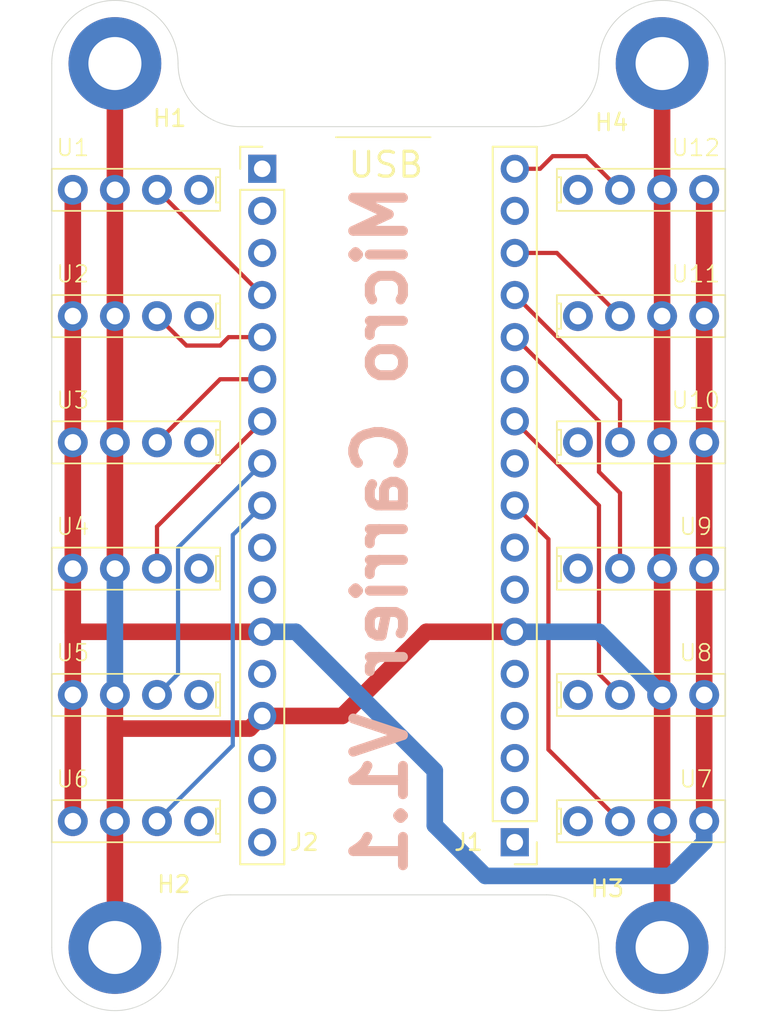
<source format=kicad_pcb>
(kicad_pcb (version 20240108) (generator "pcbnew") (generator_version "8.0")
  (layers (0 "F.Cu" signal) (31 "B.Cu" signal) (34 "B.Paste" user) (35 "F.Paste" user) (36 "B.SilkS" user "B.Silkscreen") (37 "F.SilkS" user "F.Silkscreen") (38 "B.Mask" user) (39 "F.Mask" user) (44 "Edge.Cuts" user))
  (net 0 "")
  (net 1 "/OUT7")
  (net 3 "/OUT12")
  (net 4 "/OUT8")
  (net 9 "/OUT11")
  (net 10 "/OUT9")
  (net 11 "GND")
  (net 16 "/OUT10")
  (net 18 "/OUT2")
  (net 20 "/OUT1")
  (net 21 "/OUT6")
  (net 23 "/OUT4")
  (net 28 "/OUT5")
  (net 31 "+5V")
  (net 32 "/OUT3")
  (footprint "User_Footprints:P4V-MINI" (layer "F.Cu") (at 146.05 100.33)
    (property "Reference" "U9" (at 7.112001 -2.54 0) (layer "F.SilkS") (effects (font (thickness 0.1))))
    (property "Value" "P4V-MINI")
    (fp_line (start -1.27 -1.27) (end 8.89 -1.27) (stroke (width 0.1)) (layer "F.SilkS"))
    (fp_line (start -1.27 -0.762) (end -1.016 -0.762) (stroke (width 0.1)) (layer "F.SilkS"))
    (fp_line (start -1.27 1.27) (end -1.27 -1.27) (stroke (width 0.1)) (layer "F.SilkS"))
    (fp_line (start -1.016 -0.762) (end -1.016 0.762) (stroke (width 0.1)) (layer "F.SilkS"))
    (fp_line (start -1.016 0.762) (end -1.27 0.762) (stroke (width 0.1)) (layer "F.SilkS"))
    (fp_line (start 8.89 -1.27) (end 8.89 1.27) (stroke (width 0.1)) (layer "F.SilkS"))
    (fp_line (start 8.89 1.27) (end -1.27 1.27) (stroke (width 0.1)) (layer "F.SilkS"))
    (pad "1" thru_hole circle (at 0 0) (size 1.8 1.8) (drill 1) (layers "*.Cu" "*.Mask"))
    (pad "2" thru_hole circle (at 2.54 0) (size 1.8 1.8) (drill 1) (layers "*.Cu" "*.Mask") (net 10 "/OUT9"))
    (pad "3" thru_hole circle (at 5.079999 0) (size 1.8 1.8) (drill 1) (layers "*.Cu" "*.Mask") (net 11 "GND"))
    (pad "4" thru_hole circle (at 7.62 0) (size 1.8 1.8) (drill 1) (layers "*.Cu" "*.Mask") (net 31 "+5V"))
  )
  (footprint "User_Footprints:P4V-MINI" (layer "F.Cu") (at 123.19 115.57 180)
    (property "Reference" "U6" (at 7.62 2.54 0) (layer "F.SilkS") (effects (font (thickness 0.1))))
    (property "Value" "P4V-MINI")
    (fp_line (start 8.89 1.27) (end -1.27 1.27) (stroke (width 0.1)) (layer "F.SilkS"))
    (fp_line (start 8.89 -1.27) (end 8.89 1.27) (stroke (width 0.1)) (layer "F.SilkS"))
    (fp_line (start -1.016 0.762) (end -1.27 0.762) (stroke (width 0.1)) (layer "F.SilkS"))
    (fp_line (start -1.016 -0.762) (end -1.016 0.762) (stroke (width 0.1)) (layer "F.SilkS"))
    (fp_line (start -1.27 1.27) (end -1.27 -1.27) (stroke (width 0.1)) (layer "F.SilkS"))
    (fp_line (start -1.27 -0.762) (end -1.016 -0.762) (stroke (width 0.1)) (layer "F.SilkS"))
    (fp_line (start -1.27 -1.27) (end 8.89 -1.27) (stroke (width 0.1)) (layer "F.SilkS"))
    (pad "1" thru_hole circle (at 0 0 180) (size 1.8 1.8) (drill 1) (layers "*.Cu" "*.Mask"))
    (pad "2" thru_hole circle (at 2.54 0 180) (size 1.8 1.8) (drill 1) (layers "*.Cu" "*.Mask") (net 21 "/OUT6"))
    (pad "3" thru_hole circle (at 5.079999 0 180) (size 1.8 1.8) (drill 1) (layers "*.Cu" "*.Mask") (net 11 "GND"))
    (pad "4" thru_hole circle (at 7.62 0 180) (size 1.8 1.8) (drill 1) (layers "*.Cu" "*.Mask") (net 31 "+5V"))
  )
  (footprint "User_Footprints:P4V-MINI" (layer "F.Cu") (at 146.05 92.71)
    (property "Reference" "U10" (at 7.112001 -2.54 0) (layer "F.SilkS") (effects (font (thickness 0.1))))
    (property "Value" "P4V-MINI")
    (fp_line (start -1.27 -1.27) (end 8.89 -1.27) (stroke (width 0.1)) (layer "F.SilkS"))
    (fp_line (start -1.27 -0.762) (end -1.016 -0.762) (stroke (width 0.1)) (layer "F.SilkS"))
    (fp_line (start -1.27 1.27) (end -1.27 -1.27) (stroke (width 0.1)) (layer "F.SilkS"))
    (fp_line (start -1.016 -0.762) (end -1.016 0.762) (stroke (width 0.1)) (layer "F.SilkS"))
    (fp_line (start -1.016 0.762) (end -1.27 0.762) (stroke (width 0.1)) (layer "F.SilkS"))
    (fp_line (start 8.89 -1.27) (end 8.89 1.27) (stroke (width 0.1)) (layer "F.SilkS"))
    (fp_line (start 8.89 1.27) (end -1.27 1.27) (stroke (width 0.1)) (layer "F.SilkS"))
    (pad "1" thru_hole circle (at 0 0) (size 1.8 1.8) (drill 1) (layers "*.Cu" "*.Mask"))
    (pad "2" thru_hole circle (at 2.54 0) (size 1.8 1.8) (drill 1) (layers "*.Cu" "*.Mask") (net 16 "/OUT10"))
    (pad "3" thru_hole circle (at 5.079999 0) (size 1.8 1.8) (drill 1) (layers "*.Cu" "*.Mask") (net 11 "GND"))
    (pad "4" thru_hole circle (at 7.62 0) (size 1.8 1.8) (drill 1) (layers "*.Cu" "*.Mask") (net 31 "+5V"))
  )
  (footprint "User_Footprints:P4V-MINI" (layer "F.Cu") (at 123.19 92.71 180)
    (property "Reference" "U3" (at 7.62 2.54 0) (layer "F.SilkS") (effects (font (thickness 0.1))))
    (property "Value" "P4V-MINI")
    (fp_line (start 8.89 1.27) (end -1.27 1.27) (stroke (width 0.1)) (layer "F.SilkS"))
    (fp_line (start 8.89 -1.27) (end 8.89 1.27) (stroke (width 0.1)) (layer "F.SilkS"))
    (fp_line (start -1.016 0.762) (end -1.27 0.762) (stroke (width 0.1)) (layer "F.SilkS"))
    (fp_line (start -1.016 -0.762) (end -1.016 0.762) (stroke (width 0.1)) (layer "F.SilkS"))
    (fp_line (start -1.27 1.27) (end -1.27 -1.27) (stroke (width 0.1)) (layer "F.SilkS"))
    (fp_line (start -1.27 -0.762) (end -1.016 -0.762) (stroke (width 0.1)) (layer "F.SilkS"))
    (fp_line (start -1.27 -1.27) (end 8.89 -1.27) (stroke (width 0.1)) (layer "F.SilkS"))
    (pad "1" thru_hole circle (at 0 0 180) (size 1.8 1.8) (drill 1) (layers "*.Cu" "*.Mask"))
    (pad "2" thru_hole circle (at 2.54 0 180) (size 1.8 1.8) (drill 1) (layers "*.Cu" "*.Mask") (net 32 "/OUT3"))
    (pad "3" thru_hole circle (at 5.079999 0 180) (size 1.8 1.8) (drill 1) (layers "*.Cu" "*.Mask") (net 11 "GND"))
    (pad "4" thru_hole circle (at 7.62 0 180) (size 1.8 1.8) (drill 1) (layers "*.Cu" "*.Mask") (net 31 "+5V"))
  )
  (footprint "MountingHole:MountingHole_3.2mm_M3_DIN965_Pad" (layer "F.Cu") (at 151.13 123.19)
    (property "Reference" "H3" (at -3.302 -3.556 0) (layer "F.SilkS"))
    (property "Value" "MountingHole_Pad")
    (pad "1" thru_hole circle (at 0 0) (size 5.6 5.6) (drill 3.2) (layers "*.Cu" "*.Mask") (net 11 "GND"))
  )
  (footprint "User_Footprints:P4V-MINI" (layer "F.Cu") (at 146.05 77.47)
    (property "Reference" "U12" (at 7.112 -2.54 0) (layer "F.SilkS") (effects (font (thickness 0.1))))
    (property "Value" "P4V-MINI")
    (fp_line (start -1.27 -1.27) (end 8.89 -1.27) (stroke (width 0.1)) (layer "F.SilkS"))
    (fp_line (start -1.27 -0.762) (end -1.016 -0.762) (stroke (width 0.1)) (layer "F.SilkS"))
    (fp_line (start -1.27 1.27) (end -1.27 -1.27) (stroke (width 0.1)) (layer "F.SilkS"))
    (fp_line (start -1.016 -0.762) (end -1.016 0.762) (stroke (width 0.1)) (layer "F.SilkS"))
    (fp_line (start -1.016 0.762) (end -1.27 0.762) (stroke (width 0.1)) (layer "F.SilkS"))
    (fp_line (start 8.89 -1.27) (end 8.89 1.27) (stroke (width 0.1)) (layer "F.SilkS"))
    (fp_line (start 8.89 1.27) (end -1.27 1.27) (stroke (width 0.1)) (layer "F.SilkS"))
    (pad "1" thru_hole circle (at 0 0) (size 1.8 1.8) (drill 1) (layers "*.Cu" "*.Mask"))
    (pad "2" thru_hole circle (at 2.54 0) (size 1.8 1.8) (drill 1) (layers "*.Cu" "*.Mask") (net 3 "/OUT12"))
    (pad "3" thru_hole circle (at 5.079999 0) (size 1.8 1.8) (drill 1) (layers "*.Cu" "*.Mask") (net 11 "GND"))
    (pad "4" thru_hole circle (at 7.62 0) (size 1.8 1.8) (drill 1) (layers "*.Cu" "*.Mask") (net 31 "+5V"))
  )
  (footprint "Connector_PinHeader_2.54mm:PinHeader_1x17_P2.54mm_Vertical" (layer "F.Cu") (at 127 76.2)
    (property "Reference" "J2" (at 2.54 40.64 0) (layer "F.SilkS"))
    (property "Value" "Conn_01x17")
    (fp_line (start -1.33 -1.33) (end 0 -1.33) (stroke (width 0.12)) (layer "F.SilkS"))
    (fp_line (start -1.33 0) (end -1.33 -1.33) (stroke (width 0.12)) (layer "F.SilkS"))
    (fp_line (start -1.33 1.27) (end -1.33 41.97) (stroke (width 0.12)) (layer "F.SilkS"))
    (fp_line (start -1.33 1.27) (end 1.33 1.27) (stroke (width 0.12)) (layer "F.SilkS"))
    (fp_line (start -1.33 41.97) (end 1.33 41.97) (stroke (width 0.12)) (layer "F.SilkS"))
    (fp_line (start 1.33 1.27) (end 1.33 41.97) (stroke (width 0.12)) (layer "F.SilkS"))
    (pad "1" thru_hole rect (at 0 0) (size 1.7 1.7) (drill 1) (layers "*.Cu" "*.Mask"))
    (pad "2" thru_hole oval (at 0 2.54) (size 1.7 1.7) (drill 1) (layers "*.Cu" "*.Mask"))
    (pad "3" thru_hole oval (at 0 5.08) (size 1.7 1.7) (drill 1) (layers "*.Cu" "*.Mask"))
    (pad "4" thru_hole oval (at 0 7.62) (size 1.7 1.7) (drill 1) (layers "*.Cu" "*.Mask") (net 20 "/OUT1"))
    (pad "5" thru_hole oval (at 0 10.16) (size 1.7 1.7) (drill 1) (layers "*.Cu" "*.Mask") (net 18 "/OUT2"))
    (pad "6" thru_hole oval (at 0 12.7) (size 1.7 1.7) (drill 1) (layers "*.Cu" "*.Mask") (net 32 "/OUT3"))
    (pad "7" thru_hole oval (at 0 15.24) (size 1.7 1.7) (drill 1) (layers "*.Cu" "*.Mask") (net 23 "/OUT4"))
    (pad "8" thru_hole oval (at 0 17.78) (size 1.7 1.7) (drill 1) (layers "*.Cu" "*.Mask") (net 28 "/OUT5"))
    (pad "9" thru_hole oval (at 0 20.32) (size 1.7 1.7) (drill 1) (layers "*.Cu" "*.Mask") (net 21 "/OUT6"))
    (pad "10" thru_hole oval (at 0 22.86) (size 1.7 1.7) (drill 1) (layers "*.Cu" "*.Mask"))
    (pad "11" thru_hole oval (at 0 25.4) (size 1.7 1.7) (drill 1) (layers "*.Cu" "*.Mask"))
    (pad "12" thru_hole oval (at 0 27.94) (size 1.7 1.7) (drill 1) (layers "*.Cu" "*.Mask") (net 31 "+5V"))
    (pad "13" thru_hole oval (at 0 30.48) (size 1.7 1.7) (drill 1) (layers "*.Cu" "*.Mask"))
    (pad "14" thru_hole oval (at 0 33.02) (size 1.7 1.7) (drill 1) (layers "*.Cu" "*.Mask") (net 11 "GND"))
    (pad "15" thru_hole oval (at 0 35.56) (size 1.7 1.7) (drill 1) (layers "*.Cu" "*.Mask"))
    (pad "16" thru_hole oval (at 0 38.1) (size 1.7 1.7) (drill 1) (layers "*.Cu" "*.Mask"))
    (pad "17" thru_hole oval (at 0 40.64) (size 1.7 1.7) (drill 1) (layers "*.Cu" "*.Mask"))
  )
  (footprint "User_Footprints:P4V-MINI" (layer "F.Cu") (at 146.05 85.09)
    (property "Reference" "U11" (at 7.112001 -2.54 0) (layer "F.SilkS") (effects (font (thickness 0.1))))
    (property "Value" "P4V-MINI")
    (fp_line (start -1.27 -1.27) (end 8.89 -1.27) (stroke (width 0.1)) (layer "F.SilkS"))
    (fp_line (start -1.27 -0.762) (end -1.016 -0.762) (stroke (width 0.1)) (layer "F.SilkS"))
    (fp_line (start -1.27 1.27) (end -1.27 -1.27) (stroke (width 0.1)) (layer "F.SilkS"))
    (fp_line (start -1.016 -0.762) (end -1.016 0.762) (stroke (width 0.1)) (layer "F.SilkS"))
    (fp_line (start -1.016 0.762) (end -1.27 0.762) (stroke (width 0.1)) (layer "F.SilkS"))
    (fp_line (start 8.89 -1.27) (end 8.89 1.27) (stroke (width 0.1)) (layer "F.SilkS"))
    (fp_line (start 8.89 1.27) (end -1.27 1.27) (stroke (width 0.1)) (layer "F.SilkS"))
    (pad "1" thru_hole circle (at 0 0) (size 1.8 1.8) (drill 1) (layers "*.Cu" "*.Mask"))
    (pad "2" thru_hole circle (at 2.54 0) (size 1.8 1.8) (drill 1) (layers "*.Cu" "*.Mask") (net 9 "/OUT11"))
    (pad "3" thru_hole circle (at 5.079999 0) (size 1.8 1.8) (drill 1) (layers "*.Cu" "*.Mask") (net 11 "GND"))
    (pad "4" thru_hole circle (at 7.62 0) (size 1.8 1.8) (drill 1) (layers "*.Cu" "*.Mask") (net 31 "+5V"))
  )
  (footprint "User_Footprints:P4V-MINI" (layer "F.Cu") (at 123.19 77.47 180)
    (property "Reference" "U1" (at 7.62 2.54 0) (layer "F.SilkS") (effects (font (thickness 0.1))))
    (property "Value" "P4V-MINI")
    (fp_line (start 8.89 1.27) (end -1.27 1.27) (stroke (width 0.1)) (layer "F.SilkS"))
    (fp_line (start 8.89 -1.27) (end 8.89 1.27) (stroke (width 0.1)) (layer "F.SilkS"))
    (fp_line (start -1.016 0.762) (end -1.27 0.762) (stroke (width 0.1)) (layer "F.SilkS"))
    (fp_line (start -1.016 -0.762) (end -1.016 0.762) (stroke (width 0.1)) (layer "F.SilkS"))
    (fp_line (start -1.27 1.27) (end -1.27 -1.27) (stroke (width 0.1)) (layer "F.SilkS"))
    (fp_line (start -1.27 -0.762) (end -1.016 -0.762) (stroke (width 0.1)) (layer "F.SilkS"))
    (fp_line (start -1.27 -1.27) (end 8.89 -1.27) (stroke (width 0.1)) (layer "F.SilkS"))
    (pad "1" thru_hole circle (at 0 0 180) (size 1.8 1.8) (drill 1) (layers "*.Cu" "*.Mask"))
    (pad "2" thru_hole circle (at 2.54 0 180) (size 1.8 1.8) (drill 1) (layers "*.Cu" "*.Mask") (net 20 "/OUT1"))
    (pad "3" thru_hole circle (at 5.079999 0 180) (size 1.8 1.8) (drill 1) (layers "*.Cu" "*.Mask") (net 11 "GND"))
    (pad "4" thru_hole circle (at 7.62 0 180) (size 1.8 1.8) (drill 1) (layers "*.Cu" "*.Mask") (net 31 "+5V"))
  )
  (footprint "Connector_PinHeader_2.54mm:PinHeader_1x17_P2.54mm_Vertical" (layer "F.Cu") (at 142.24 116.84 180)
    (property "Reference" "J1" (at 2.794 0 180) (layer "F.SilkS"))
    (property "Value" "Conn_01x17")
    (fp_line (start 1.33 1.27) (end 1.33 41.97) (stroke (width 0.12)) (layer "F.SilkS"))
    (fp_line (start -1.33 41.97) (end 1.33 41.97) (stroke (width 0.12)) (layer "F.SilkS"))
    (fp_line (start -1.33 1.27) (end 1.33 1.27) (stroke (width 0.12)) (layer "F.SilkS"))
    (fp_line (start -1.33 1.27) (end -1.33 41.97) (stroke (width 0.12)) (layer "F.SilkS"))
    (fp_line (start -1.33 0) (end -1.33 -1.33) (stroke (width 0.12)) (layer "F.SilkS"))
    (fp_line (start -1.33 -1.33) (end 0 -1.33) (stroke (width 0.12)) (layer "F.SilkS"))
    (pad "1" thru_hole rect (at 0 0 180) (size 1.7 1.7) (drill 1) (layers "*.Cu" "*.Mask"))
    (pad "2" thru_hole oval (at 0 2.54 180) (size 1.7 1.7) (drill 1) (layers "*.Cu" "*.Mask"))
    (pad "3" thru_hole oval (at 0 5.08 180) (size 1.7 1.7) (drill 1) (layers "*.Cu" "*.Mask"))
    (pad "4" thru_hole oval (at 0 7.62 180) (size 1.7 1.7) (drill 1) (layers "*.Cu" "*.Mask"))
    (pad "5" thru_hole oval (at 0 10.16 180) (size 1.7 1.7) (drill 1) (layers "*.Cu" "*.Mask"))
    (pad "6" thru_hole oval (at 0 12.7 180) (size 1.7 1.7) (drill 1) (layers "*.Cu" "*.Mask") (net 11 "GND"))
    (pad "7" thru_hole oval (at 0 15.24 180) (size 1.7 1.7) (drill 1) (layers "*.Cu" "*.Mask"))
    (pad "8" thru_hole oval (at 0 17.78 180) (size 1.7 1.7) (drill 1) (layers "*.Cu" "*.Mask"))
    (pad "9" thru_hole oval (at 0 20.32 180) (size 1.7 1.7) (drill 1) (layers "*.Cu" "*.Mask") (net 1 "/OUT7"))
    (pad "10" thru_hole oval (at 0 22.86 180) (size 1.7 1.7) (drill 1) (layers "*.Cu" "*.Mask"))
    (pad "11" thru_hole oval (at 0 25.4 180) (size 1.7 1.7) (drill 1) (layers "*.Cu" "*.Mask") (net 4 "/OUT8"))
    (pad "12" thru_hole oval (at 0 27.94 180) (size 1.7 1.7) (drill 1) (layers "*.Cu" "*.Mask"))
    (pad "13" thru_hole oval (at 0 30.48 180) (size 1.7 1.7) (drill 1) (layers "*.Cu" "*.Mask") (net 10 "/OUT9"))
    (pad "14" thru_hole oval (at 0 33.02 180) (size 1.7 1.7) (drill 1) (layers "*.Cu" "*.Mask") (net 16 "/OUT10"))
    (pad "15" thru_hole oval (at 0 35.56 180) (size 1.7 1.7) (drill 1) (layers "*.Cu" "*.Mask") (net 9 "/OUT11"))
    (pad "16" thru_hole oval (at 0 38.1 180) (size 1.7 1.7) (drill 1) (layers "*.Cu" "*.Mask"))
    (pad "17" thru_hole oval (at 0 40.64 180) (size 1.7 1.7) (drill 1) (layers "*.Cu" "*.Mask") (net 3 "/OUT12"))
  )
  (footprint "User_Footprints:P4V-MINI" (layer "F.Cu") (at 146.05 115.57)
    (property "Reference" "U7" (at 7.112 -2.54 0) (layer "F.SilkS") (effects (font (thickness 0.1))))
    (property "Value" "P4V-MINI")
    (fp_line (start -1.27 -1.27) (end 8.89 -1.27) (stroke (width 0.1)) (layer "F.SilkS"))
    (fp_line (start -1.27 -0.762) (end -1.016 -0.762) (stroke (width 0.1)) (layer "F.SilkS"))
    (fp_line (start -1.27 1.27) (end -1.27 -1.27) (stroke (width 0.1)) (layer "F.SilkS"))
    (fp_line (start -1.016 -0.762) (end -1.016 0.762) (stroke (width 0.1)) (layer "F.SilkS"))
    (fp_line (start -1.016 0.762) (end -1.27 0.762) (stroke (width 0.1)) (layer "F.SilkS"))
    (fp_line (start 8.89 -1.27) (end 8.89 1.27) (stroke (width 0.1)) (layer "F.SilkS"))
    (fp_line (start 8.89 1.27) (end -1.27 1.27) (stroke (width 0.1)) (layer "F.SilkS"))
    (pad "1" thru_hole circle (at 0 0) (size 1.8 1.8) (drill 1) (layers "*.Cu" "*.Mask"))
    (pad "2" thru_hole circle (at 2.54 0) (size 1.8 1.8) (drill 1) (layers "*.Cu" "*.Mask") (net 1 "/OUT7"))
    (pad "3" thru_hole circle (at 5.079999 0) (size 1.8 1.8) (drill 1) (layers "*.Cu" "*.Mask") (net 11 "GND"))
    (pad "4" thru_hole circle (at 7.62 0) (size 1.8 1.8) (drill 1) (layers "*.Cu" "*.Mask") (net 31 "+5V"))
  )
  (footprint "User_Footprints:P4V-MINI" (layer "F.Cu") (at 123.19 100.33 180)
    (property "Reference" "U4" (at 7.62 2.54 0) (layer "F.SilkS") (effects (font (thickness 0.1))))
    (property "Value" "P4V-MINI")
    (fp_line (start 8.89 1.27) (end -1.27 1.27) (stroke (width 0.1)) (layer "F.SilkS"))
    (fp_line (start 8.89 -1.27) (end 8.89 1.27) (stroke (width 0.1)) (layer "F.SilkS"))
    (fp_line (start -1.016 0.762) (end -1.27 0.762) (stroke (width 0.1)) (layer "F.SilkS"))
    (fp_line (start -1.016 -0.762) (end -1.016 0.762) (stroke (width 0.1)) (layer "F.SilkS"))
    (fp_line (start -1.27 1.27) (end -1.27 -1.27) (stroke (width 0.1)) (layer "F.SilkS"))
    (fp_line (start -1.27 -0.762) (end -1.016 -0.762) (stroke (width 0.1)) (layer "F.SilkS"))
    (fp_line (start -1.27 -1.27) (end 8.89 -1.27) (stroke (width 0.1)) (layer "F.SilkS"))
    (pad "1" thru_hole circle (at 0 0 180) (size 1.8 1.8) (drill 1) (layers "*.Cu" "*.Mask"))
    (pad "2" thru_hole circle (at 2.54 0 180) (size 1.8 1.8) (drill 1) (layers "*.Cu" "*.Mask") (net 23 "/OUT4"))
    (pad "3" thru_hole circle (at 5.079999 0 180) (size 1.8 1.8) (drill 1) (layers "*.Cu" "*.Mask") (net 11 "GND"))
    (pad "4" thru_hole circle (at 7.62 0 180) (size 1.8 1.8) (drill 1) (layers "*.Cu" "*.Mask") (net 31 "+5V"))
  )
  (footprint "MountingHole:MountingHole_3.2mm_M3_DIN965_Pad" (layer "F.Cu") (at 151.13 69.85)
    (property "Reference" "H4" (at -3.048 3.556 0) (layer "F.SilkS"))
    (property "Value" "MountingHole_Pad")
    (pad "1" thru_hole circle (at 0 0) (size 5.6 5.6) (drill 3.2) (layers "*.Cu" "*.Mask") (net 11 "GND"))
  )
  (footprint "User_Footprints:P4V-MINI" (layer "F.Cu") (at 123.19 107.95 180)
    (property "Reference" "U5" (at 7.62 2.54 0) (layer "F.SilkS") (effects (font (thickness 0.1))))
    (property "Value" "P4V-MINI")
    (fp_line (start 8.89 1.27) (end -1.27 1.27) (stroke (width 0.1)) (layer "F.SilkS"))
    (fp_line (start 8.89 -1.27) (end 8.89 1.27) (stroke (width 0.1)) (layer "F.SilkS"))
    (fp_line (start -1.016 0.762) (end -1.27 0.762) (stroke (width 0.1)) (layer "F.SilkS"))
    (fp_line (start -1.016 -0.762) (end -1.016 0.762) (stroke (width 0.1)) (layer "F.SilkS"))
    (fp_line (start -1.27 1.27) (end -1.27 -1.27) (stroke (width 0.1)) (layer "F.SilkS"))
    (fp_line (start -1.27 -0.762) (end -1.016 -0.762) (stroke (width 0.1)) (layer "F.SilkS"))
    (fp_line (start -1.27 -1.27) (end 8.89 -1.27) (stroke (width 0.1)) (layer "F.SilkS"))
    (pad "1" thru_hole circle (at 0 0 180) (size 1.8 1.8) (drill 1) (layers "*.Cu" "*.Mask"))
    (pad "2" thru_hole circle (at 2.54 0 180) (size 1.8 1.8) (drill 1) (layers "*.Cu" "*.Mask") (net 28 "/OUT5"))
    (pad "3" thru_hole circle (at 5.079999 0 180) (size 1.8 1.8) (drill 1) (layers "*.Cu" "*.Mask") (net 11 "GND"))
    (pad "4" thru_hole circle (at 7.62 0 180) (size 1.8 1.8) (drill 1) (layers "*.Cu" "*.Mask") (net 31 "+5V"))
  )
  (footprint "MountingHole:MountingHole_3.2mm_M3_DIN965_Pad" (layer "F.Cu") (at 118.11 69.85)
    (property "Reference" "H1" (at 3.302 3.302 0) (layer "F.SilkS"))
    (property "Value" "MountingHole_Pad")
    (pad "1" thru_hole circle (at 0 0) (size 5.6 5.6) (drill 3.2) (layers "*.Cu" "*.Mask") (net 11 "GND"))
  )
  (footprint "User_Footprints:P4V-MINI" (layer "F.Cu") (at 146.05 107.95)
    (property "Reference" "U8" (at 7.112001 -2.54 0) (layer "F.SilkS") (effects (font (thickness 0.1))))
    (property "Value" "P4V-MINI")
    (fp_line (start -1.27 -1.27) (end 8.89 -1.27) (stroke (width 0.1)) (layer "F.SilkS"))
    (fp_line (start -1.27 -0.762) (end -1.016 -0.762) (stroke (width 0.1)) (layer "F.SilkS"))
    (fp_line (start -1.27 1.27) (end -1.27 -1.27) (stroke (width 0.1)) (layer "F.SilkS"))
    (fp_line (start -1.016 -0.762) (end -1.016 0.762) (stroke (width 0.1)) (layer "F.SilkS"))
    (fp_line (start -1.016 0.762) (end -1.27 0.762) (stroke (width 0.1)) (layer "F.SilkS"))
    (fp_line (start 8.89 -1.27) (end 8.89 1.27) (stroke (width 0.1)) (layer "F.SilkS"))
    (fp_line (start 8.89 1.27) (end -1.27 1.27) (stroke (width 0.1)) (layer "F.SilkS"))
    (pad "1" thru_hole circle (at 0 0) (size 1.8 1.8) (drill 1) (layers "*.Cu" "*.Mask"))
    (pad "2" thru_hole circle (at 2.54 0) (size 1.8 1.8) (drill 1) (layers "*.Cu" "*.Mask") (net 4 "/OUT8"))
    (pad "3" thru_hole circle (at 5.079999 0) (size 1.8 1.8) (drill 1) (layers "*.Cu" "*.Mask") (net 11 "GND"))
    (pad "4" thru_hole circle (at 7.62 0) (size 1.8 1.8) (drill 1) (layers "*.Cu" "*.Mask") (net 31 "+5V"))
  )
  (footprint "MountingHole:MountingHole_3.2mm_M3_DIN965_Pad" (layer "F.Cu") (at 118.11 123.19)
    (property "Reference" "H2" (at 3.556 -3.81 0) (layer "F.SilkS"))
    (property "Value" "MountingHole_Pad")
    (pad "1" thru_hole circle (at 0 0) (size 5.6 5.6) (drill 3.2) (layers "*.Cu" "*.Mask") (net 11 "GND"))
  )
  (footprint "User_Footprints:P4V-MINI" (layer "F.Cu") (at 123.19 85.09 180)
    (property "Reference" "U2" (at 7.62 2.54 0) (layer "F.SilkS") (effects (font (thickness 0.1))))
    (property "Value" "P4V-MINI")
    (fp_line (start 8.89 1.27) (end -1.27 1.27) (stroke (width 0.1)) (layer "F.SilkS"))
    (fp_line (start 8.89 -1.27) (end 8.89 1.27) (stroke (width 0.1)) (layer "F.SilkS"))
    (fp_line (start -1.016 0.762) (end -1.27 0.762) (stroke (width 0.1)) (layer "F.SilkS"))
    (fp_line (start -1.016 -0.762) (end -1.016 0.762) (stroke (width 0.1)) (layer "F.SilkS"))
    (fp_line (start -1.27 1.27) (end -1.27 -1.27) (stroke (width 0.1)) (layer "F.SilkS"))
    (fp_line (start -1.27 -0.762) (end -1.016 -0.762) (stroke (width 0.1)) (layer "F.SilkS"))
    (fp_line (start -1.27 -1.27) (end 8.89 -1.27) (stroke (width 0.1)) (layer "F.SilkS"))
    (pad "1" thru_hole circle (at 0 0 180) (size 1.8 1.8) (drill 1) (layers "*.Cu" "*.Mask"))
    (pad "2" thru_hole circle (at 2.54 0 180) (size 1.8 1.8) (drill 1) (layers "*.Cu" "*.Mask") (net 18 "/OUT2"))
    (pad "3" thru_hole circle (at 5.079999 0 180) (size 1.8 1.8) (drill 1) (layers "*.Cu" "*.Mask") (net 11 "GND"))
    (pad "4" thru_hole circle (at 7.62 0 180) (size 1.8 1.8) (drill 1) (layers "*.Cu" "*.Mask") (net 31 "+5V"))
  )
  (gr_line (start 131.445 74.295) (end 137.16 74.295) (stroke (width 0.1)) (layer "F.SilkS"))
  (gr_arc (start 125.73 73.66) (mid 123.035924 72.544078) (end 121.92 69.850002) (stroke (width 0.05)) (layer "Edge.Cuts"))
  (gr_arc (start 121.92 123.19) (mid 122.849936 120.944936) (end 125.095 120.015) (stroke (width 0.05)) (layer "Edge.Cuts"))
  (gr_line (start 114.3 69.85) (end 114.3 123.19) (stroke (width 0.05)) (layer "Edge.Cuts"))
  (gr_arc (start 147.320002 69.850002) (mid 146.204078 72.544078) (end 143.510002 73.660002) (stroke (width 0.05)) (layer "Edge.Cuts"))
  (gr_line (start 144.144999 120.015001) (end 125.095 120.015) (stroke (width 0.05)) (layer "Edge.Cuts"))
  (gr_arc (start 147.319999 69.85) (mid 151.13 66.039999) (end 154.940001 69.85) (stroke (width 0.05)) (layer "Edge.Cuts"))
  (gr_arc (start 144.144999 120.015001) (mid 146.390063 120.944937) (end 147.319999 123.190001) (stroke (width 0.05)) (layer "Edge.Cuts"))
  (gr_arc (start 114.3 69.85) (mid 118.11 66.04) (end 121.92 69.85) (stroke (width 0.05)) (layer "Edge.Cuts"))
  (gr_line (start 143.510002 73.660002) (end 125.73 73.66) (stroke (width 0.05)) (layer "Edge.Cuts"))
  (gr_line (start 154.940001 123.19) (end 154.940001 69.85) (stroke (width 0.05)) (layer "Edge.Cuts"))
  (gr_arc (start 121.92 123.19) (mid 118.11 127) (end 114.3 123.19) (stroke (width 0.05)) (layer "Edge.Cuts"))
  (gr_arc (start 154.940001 123.19) (mid 151.13 127.000001) (end 147.319999 123.19) (stroke (width 0.05)) (layer "Edge.Cuts"))
  (gr_text "Micro Carrier V1.1" (at 135.89 76.835 90) (layer "B.SilkS") (effects (font (size 3 3) (thickness 0.6) (bold yes)) (justify left bottom mirror)))
  (gr_text "USB" (at 132.08 76.835 0) (layer "F.SilkS") (effects (font (size 1.5 1.5) (thickness 0.1875)) (justify left bottom)))
  (segment (start 144.272 98.552) (end 144.272 111.252) (width 0.254) (layer "F.Cu") (net 1))
  (segment (start 144.272 111.252) (end 148.59 115.57) (width 0.254) (layer "F.Cu") (net 1))
  (segment (start 142.24 96.52) (end 144.272 98.552) (width 0.254) (layer "F.Cu") (net 1))
  (segment (start 148.59 77.47) (end 146.558 75.438) (width 0.254) (layer "F.Cu") (net 3))
  (segment (start 143.764 76.2) (end 142.24 76.2) (width 0.254) (layer "F.Cu") (net 3))
  (segment (start 146.558 75.438) (end 144.526 75.438) (width 0.254) (layer "F.Cu") (net 3))
  (segment (start 144.526 75.438) (end 143.764 76.2) (width 0.254) (layer "F.Cu") (net 3))
  (segment (start 147.32 106.68) (end 148.59 107.95) (width 0.254) (layer "F.Cu") (net 4))
  (segment (start 142.24 91.44) (end 147.32 96.52) (width 0.254) (layer "F.Cu") (net 4))
  (segment (start 147.32 96.52) (end 147.32 106.68) (width 0.254) (layer "F.Cu") (net 4))
  (segment (start 142.24 81.28) (end 144.78 81.28) (width 0.254) (layer "F.Cu") (net 9))
  (segment (start 144.78 81.28) (end 148.59 85.09) (width 0.254) (layer "F.Cu") (net 9))
  (segment (start 147.32 91.44) (end 147.32 94.488) (width 0.254) (layer "F.Cu") (net 10))
  (segment (start 142.24 86.36) (end 147.32 91.44) (width 0.254) (layer "F.Cu") (net 10))
  (segment (start 148.59 95.758) (end 148.59 100.33) (width 0.254) (layer "F.Cu") (net 10))
  (segment (start 147.32 94.488) (end 148.59 95.758) (width 0.254) (layer "F.Cu") (net 10))
  (segment (start 118.110001 107.95) (end 118.110001 109.982) (width 1) (layer "F.Cu") (net 11))
  (segment (start 118.110001 85.09) (end 118.110001 92.71) (width 1) (layer "F.Cu") (net 11))
  (segment (start 151.129999 100.33) (end 151.129999 92.71) (width 1) (layer "F.Cu") (net 11))
  (segment (start 151.129999 69.850001) (end 151.13 69.85) (width 1) (layer "F.Cu") (net 11))
  (segment (start 151.129999 107.95) (end 151.129999 100.33) (width 1) (layer "F.Cu") (net 11))
  (segment (start 118.110001 77.47) (end 118.110001 85.09) (width 1) (layer "F.Cu") (net 11))
  (segment (start 118.11 69.85) (end 118.11 77.469999) (width 1) (layer "F.Cu") (net 11))
  (segment (start 118.110001 115.57) (end 118.110001 123.189999) (width 1) (layer "F.Cu") (net 11))
  (segment (start 127 109.22) (end 131.826 109.22) (width 1) (layer "F.Cu") (net 11))
  (segment (start 118.110001 92.71) (end 118.110001 100.33) (width 1) (layer "F.Cu") (net 11))
  (segment (start 118.110001 109.982) (end 118.110001 115.57) (width 1) (layer "F.Cu") (net 11))
  (segment (start 127 109.22) (end 126.238 109.982) (width 1) (layer "F.Cu") (net 11))
  (segment (start 151.129999 115.57) (end 151.129999 123.189999) (width 1) (layer "F.Cu") (net 11))
  (segment (start 118.110001 123.189999) (end 118.11 123.19) (width 1) (layer "F.Cu") (net 11))
  (segment (start 151.129999 85.09) (end 151.129999 77.47) (width 1) (layer "F.Cu") (net 11))
  (segment (start 118.11 77.469999) (end 118.110001 77.47) (width 1) (layer "F.Cu") (net 11))
  (segment (start 151.129999 77.47) (end 151.129999 69.850001) (width 1) (layer "F.Cu") (net 11))
  (segment (start 126.238 109.982) (end 118.110001 109.982) (width 1) (layer "F.Cu") (net 11))
  (segment (start 151.129999 123.189999) (end 151.13 123.19) (width 1) (layer "F.Cu") (net 11))
  (segment (start 136.906 104.14) (end 142.24 104.14) (width 1) (layer "F.Cu") (net 11))
  (segment (start 151.129999 115.57) (end 151.129999 107.95) (width 1) (layer "F.Cu") (net 11))
  (segment (start 151.129999 92.71) (end 151.129999 85.09) (width 1) (layer "F.Cu") (net 11))
  (segment (start 131.826 109.22) (end 136.906 104.14) (width 1) (layer "F.Cu") (net 11))
  (segment (start 118.110001 107.95) (end 118.110001 100.33) (width 1) (layer "B.Cu") (net 11))
  (segment (start 151.129999 107.95) (end 147.319999 104.14) (width 1) (layer "B.Cu") (net 11))
  (segment (start 147.319999 104.14) (end 142.24 104.14) (width 1) (layer "B.Cu") (net 11))
  (segment (start 148.59 90.17) (end 148.59 92.71) (width 0.254) (layer "F.Cu") (net 16))
  (segment (start 142.24 83.82) (end 148.59 90.17) (width 0.254) (layer "F.Cu") (net 16))
  (segment (start 124.968 86.36) (end 124.46 86.868) (width 0.254) (layer "F.Cu") (net 18))
  (segment (start 127 86.36) (end 124.968 86.36) (width 0.254) (layer "F.Cu") (net 18))
  (segment (start 124.46 86.868) (end 122.428 86.868) (width 0.254) (layer "F.Cu") (net 18))
  (segment (start 122.428 86.868) (end 120.65 85.09) (width 0.254) (layer "F.Cu") (net 18))
  (segment (start 127 83.82) (end 120.65 77.47) (width 0.254) (layer "F.Cu") (net 20))
  (segment (start 125.222 110.998) (end 120.65 115.57) (width 0.254) (layer "B.Cu") (net 21))
  (segment (start 127 96.52) (end 125.222 98.298) (width 0.254) (layer "B.Cu") (net 21))
  (segment (start 125.222 98.298) (end 125.222 110.998) (width 0.254) (layer "B.Cu") (net 21))
  (segment (start 120.65 97.79) (end 120.65 100.33) (width 0.254) (layer "F.Cu") (net 23))
  (segment (start 127 91.44) (end 120.65 97.79) (width 0.254) (layer "F.Cu") (net 23))
  (segment (start 121.92 99.06) (end 121.92 106.68) (width 0.254) (layer "B.Cu") (net 28))
  (segment (start 127 93.98) (end 121.92 99.06) (width 0.254) (layer "B.Cu") (net 28))
  (segment (start 121.92 106.68) (end 120.65 107.95) (width 0.254) (layer "B.Cu") (net 28))
  (segment (start 115.57 85.09) (end 115.57 77.47) (width 1) (layer "F.Cu") (net 31))
  (segment (start 153.67 92.71) (end 153.67 100.33) (width 1) (layer "F.Cu") (net 31))
  (segment (start 127 104.14) (end 115.57 104.14) (width 1) (layer "F.Cu") (net 31))
  (segment (start 115.57 100.33) (end 115.57 92.71) (width 1) (layer "F.Cu") (net 31))
  (segment (start 115.57 92.71) (end 115.57 85.09) (width 1) (layer "F.Cu") (net 31))
  (segment (start 115.57 104.14) (end 115.57 100.33) (width 1) (layer "F.Cu") (net 31))
  (segment (start 153.67 100.33) (end 153.67 107.95) (width 1) (layer "F.Cu") (net 31))
  (segment (start 115.57 107.95) (end 115.57 104.14) (width 1) (layer "F.Cu") (net 31))
  (segment (start 115.57 115.57) (end 115.57 107.95) (width 1) (layer "F.Cu") (net 31))
  (segment (start 153.67 107.95) (end 153.67 115.57) (width 1) (layer "F.Cu") (net 31))
  (segment (start 153.67 77.47) (end 153.67 85.09) (width 1) (layer "F.Cu") (net 31))
  (segment (start 153.67 85.09) (end 153.67 92.71) (width 1) (layer "F.Cu") (net 31))
  (segment (start 137.414 115.824) (end 140.462 118.872) (width 1) (layer "B.Cu") (net 31))
  (segment (start 140.462 118.872) (end 151.638 118.872) (width 1) (layer "B.Cu") (net 31))
  (segment (start 153.67 116.84) (end 153.67 115.57) (width 1) (layer "B.Cu") (net 31))
  (segment (start 137.414 112.522) (end 137.414 115.824) (width 1) (layer "B.Cu") (net 31))
  (segment (start 129.032 104.14) (end 137.414 112.522) (width 1) (layer "B.Cu") (net 31))
  (segment (start 127 104.14) (end 129.032 104.14) (width 1) (layer "B.Cu") (net 31))
  (segment (start 151.638 118.872) (end 153.67 116.84) (width 1) (layer "B.Cu") (net 31))
  (segment (start 127 88.9) (end 124.46 88.9) (width 0.254) (layer "F.Cu") (net 32))
  (segment (start 124.46 88.9) (end 120.65 92.71) (width 0.254) (layer "F.Cu") (net 32))
)
</source>
